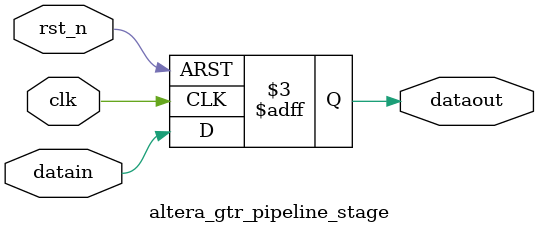
<source format=v>


`timescale 1ns / 1ps
// synthesis translate_on

module altera_gtr_pipeline_stage #(
    parameter DATA_WIDTH = 1
) (
    input                       clk,
    input                       rst_n,
    input [DATA_WIDTH-1:0]      datain,

    output reg [DATA_WIDTH-1:0] dataout

);

always @(posedge clk or negedge rst_n) begin
    if (!rst_n)
        dataout <= {DATA_WIDTH{1'b0}};
    else
        dataout <= datain;
end

endmodule

</source>
